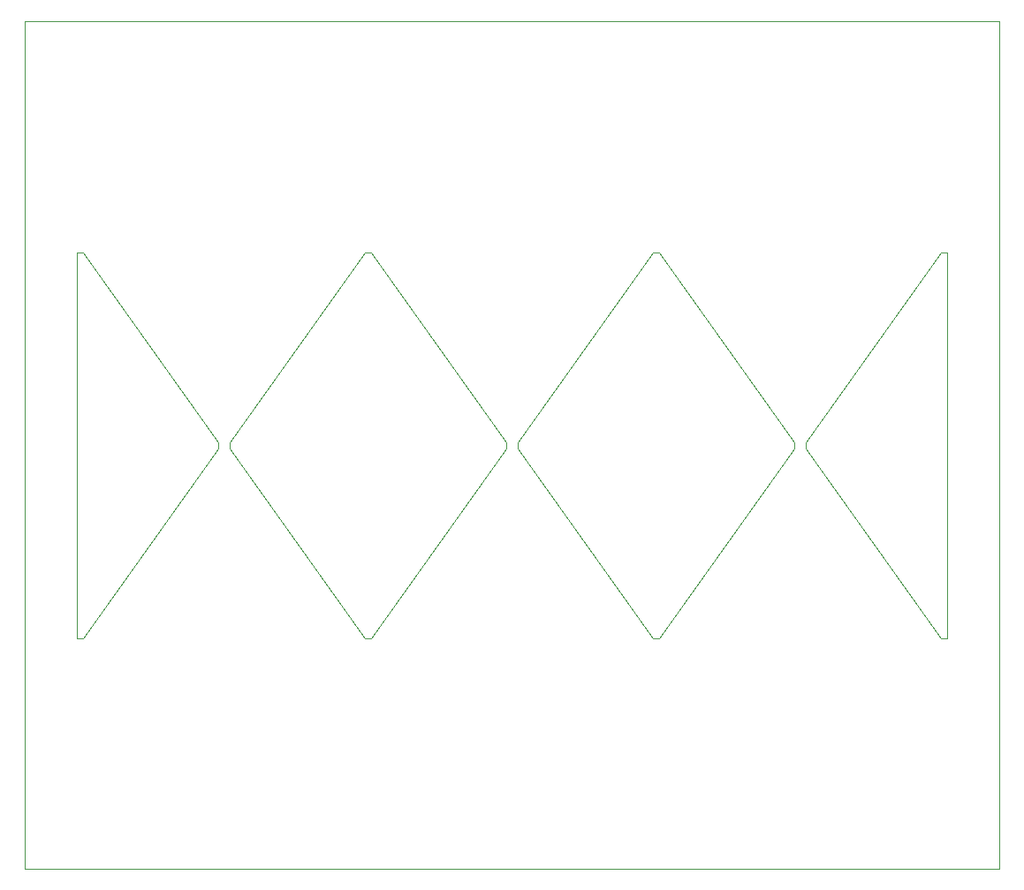
<source format=gm1>
G04 #@! TF.GenerationSoftware,KiCad,Pcbnew,(5.1.12)-1*
G04 #@! TF.CreationDate,2023-06-19T18:47:52+09:00*
G04 #@! TF.ProjectId,LED_Sphere_3V-TypeA-Panelized,4c45445f-5370-4686-9572-655f33562d54,rev?*
G04 #@! TF.SameCoordinates,PX5f5e100PY68e7780*
G04 #@! TF.FileFunction,Profile,NP*
%FSLAX46Y46*%
G04 Gerber Fmt 4.6, Leading zero omitted, Abs format (unit mm)*
G04 Created by KiCad (PCBNEW (5.1.12)-1) date 2023-06-19 18:47:52*
%MOMM*%
%LPD*%
G01*
G04 APERTURE LIST*
G04 #@! TA.AperFunction,Profile*
%ADD10C,0.050000*%
G04 #@! TD*
G04 APERTURE END LIST*
D10*
X-5600000Y61220000D02*
X-5600000Y-20000000D01*
X-5600000Y61220000D02*
X87800000Y61220000D01*
X87800000Y61220000D02*
X87800000Y-20000000D01*
X-5600000Y-20000000D02*
X87800000Y-20000000D01*
X-600000Y39110000D02*
X-600000Y2110000D01*
X-600000Y2110000D02*
X0Y2110000D01*
X-600000Y39110000D02*
X0Y39110000D01*
X82800000Y2110000D02*
X82800000Y39110000D01*
X82800000Y2110000D02*
X82200000Y2110000D01*
X82800000Y39110000D02*
X82200000Y39110000D01*
X27000000Y2110000D02*
X27600000Y2110000D01*
X54600000Y2110000D02*
X55200000Y2110000D01*
X27000000Y39110000D02*
X27600000Y39110000D01*
X54600000Y39110000D02*
X55200000Y39110000D01*
X69280000Y20310000D02*
X69280000Y20910000D01*
X68120000Y20910000D02*
X68120000Y20310000D01*
X41680000Y20910000D02*
X41680000Y20310000D01*
X40520000Y20910000D02*
X40520000Y20310000D01*
X14080000Y20910000D02*
X14080000Y20310000D01*
X12920000Y20310000D02*
X12920000Y20910000D01*
X27000000Y39110000D02*
X14080000Y20910000D01*
X54600000Y39110000D02*
X41680000Y20910000D01*
X82200000Y39110000D02*
X69280000Y20910000D01*
X55200000Y2110000D02*
X68120000Y20310000D01*
X27600000Y2110000D02*
X40520000Y20310000D01*
X0Y39110000D02*
X12920000Y20910000D01*
X27600000Y39110000D02*
X40520000Y20910000D01*
X55200000Y39110000D02*
X68120000Y20910000D01*
X82200000Y2110000D02*
X69280000Y20310000D01*
X54600000Y2110000D02*
X41680000Y20310000D01*
X27000000Y2110000D02*
X14080000Y20310000D01*
X0Y2110000D02*
X12920000Y20310000D01*
M02*

</source>
